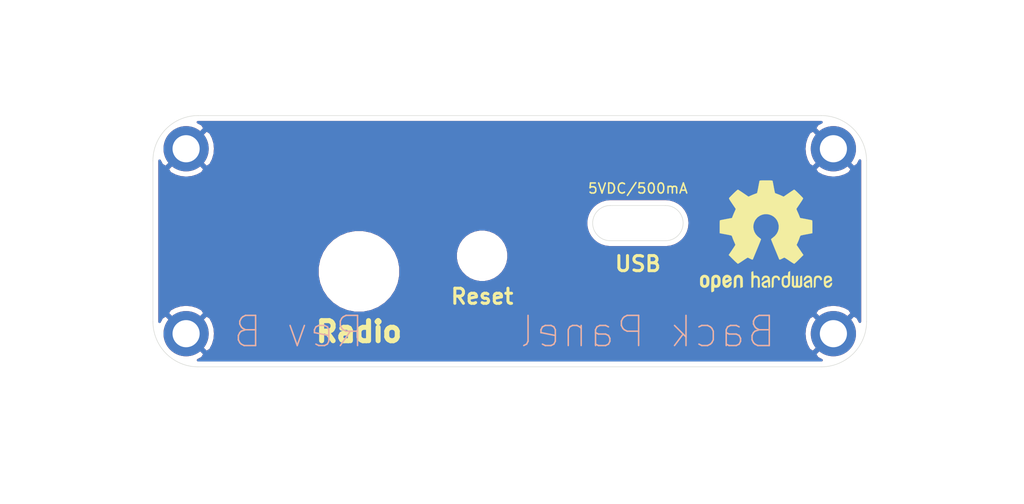
<source format=kicad_pcb>
(kicad_pcb (version 20171130) (host pcbnew 5.1.5-1.fc31)

  (general
    (thickness 1.6)
    (drawings 27)
    (tracks 0)
    (zones 0)
    (modules 7)
    (nets 2)
  )

  (page USLetter)
  (title_block
    (title "NucleoTNC Rear Panel")
    (date 2020-05-05)
    (rev B)
    (company "Mobilinkd LLC")
    (comment 1 "71mm Width")
  )

  (layers
    (0 F.Cu signal)
    (31 B.Cu signal)
    (32 B.Adhes user)
    (33 F.Adhes user)
    (34 B.Paste user)
    (35 F.Paste user)
    (36 B.SilkS user)
    (37 F.SilkS user)
    (38 B.Mask user)
    (39 F.Mask user)
    (40 Dwgs.User user)
    (41 Cmts.User user)
    (42 Eco1.User user)
    (43 Eco2.User user)
    (44 Edge.Cuts user)
    (45 Margin user)
    (46 B.CrtYd user)
    (47 F.CrtYd user)
    (48 B.Fab user)
    (49 F.Fab user)
  )

  (setup
    (last_trace_width 0.25)
    (trace_clearance 0.2)
    (zone_clearance 0.508)
    (zone_45_only no)
    (trace_min 0.2)
    (via_size 0.8)
    (via_drill 0.4)
    (via_min_size 0.4)
    (via_min_drill 0.3)
    (uvia_size 0.3)
    (uvia_drill 0.1)
    (uvias_allowed no)
    (uvia_min_size 0.2)
    (uvia_min_drill 0.1)
    (edge_width 0.05)
    (segment_width 0.2)
    (pcb_text_width 0.3)
    (pcb_text_size 1.5 1.5)
    (mod_edge_width 0.12)
    (mod_text_size 1 1)
    (mod_text_width 0.15)
    (pad_size 4 4)
    (pad_drill 2.7)
    (pad_to_mask_clearance 0.051)
    (solder_mask_min_width 0.25)
    (aux_axis_origin 0 0)
    (visible_elements FFFFFF7F)
    (pcbplotparams
      (layerselection 0x010f0_ffffffff)
      (usegerberextensions false)
      (usegerberattributes false)
      (usegerberadvancedattributes false)
      (creategerberjobfile false)
      (excludeedgelayer true)
      (linewidth 0.100000)
      (plotframeref false)
      (viasonmask false)
      (mode 1)
      (useauxorigin false)
      (hpglpennumber 1)
      (hpglpenspeed 20)
      (hpglpendiameter 15.000000)
      (psnegative false)
      (psa4output false)
      (plotreference true)
      (plotvalue true)
      (plotinvisibletext false)
      (padsonsilk false)
      (subtractmaskfromsilk false)
      (outputformat 1)
      (mirror false)
      (drillshape 0)
      (scaleselection 1)
      (outputdirectory "Gerbers/"))
  )

  (net 0 "")
  (net 1 GND)

  (net_class Default "This is the default net class."
    (clearance 0.2)
    (trace_width 0.25)
    (via_dia 0.8)
    (via_drill 0.4)
    (uvia_dia 0.3)
    (uvia_drill 0.1)
    (add_net GND)
  )

  (module Symbol:OSHW-Logo2_14.6x12mm_SilkScreen (layer F.Cu) (tedit 0) (tstamp 5E70D175)
    (at 161 87.5)
    (descr "Open Source Hardware Symbol")
    (tags "Logo Symbol OSHW")
    (attr virtual)
    (fp_text reference REF** (at 0 0) (layer F.SilkS) hide
      (effects (font (size 1 1) (thickness 0.15)))
    )
    (fp_text value OSHW-Logo2_14.6x12mm_SilkScreen (at 0.75 0) (layer F.Fab) hide
      (effects (font (size 1 1) (thickness 0.15)))
    )
    (fp_poly (pts (xy 0.209014 -5.547002) (xy 0.367006 -5.546137) (xy 0.481347 -5.543795) (xy 0.559407 -5.539238)
      (xy 0.608554 -5.53173) (xy 0.636159 -5.520534) (xy 0.649592 -5.504912) (xy 0.656221 -5.484127)
      (xy 0.656865 -5.481437) (xy 0.666935 -5.432887) (xy 0.685575 -5.337095) (xy 0.710845 -5.204257)
      (xy 0.740807 -5.044569) (xy 0.773522 -4.868226) (xy 0.774664 -4.862033) (xy 0.807433 -4.689218)
      (xy 0.838093 -4.536531) (xy 0.864664 -4.413129) (xy 0.885167 -4.328169) (xy 0.897626 -4.29081)
      (xy 0.89822 -4.290148) (xy 0.934919 -4.271905) (xy 1.010586 -4.241503) (xy 1.108878 -4.205507)
      (xy 1.109425 -4.205315) (xy 1.233233 -4.158778) (xy 1.379196 -4.099496) (xy 1.516781 -4.039891)
      (xy 1.523293 -4.036944) (xy 1.74739 -3.935235) (xy 2.243619 -4.274103) (xy 2.395846 -4.377408)
      (xy 2.533741 -4.469763) (xy 2.649315 -4.545916) (xy 2.734579 -4.600615) (xy 2.781544 -4.628607)
      (xy 2.786004 -4.630683) (xy 2.820134 -4.62144) (xy 2.883881 -4.576844) (xy 2.979731 -4.494791)
      (xy 3.110169 -4.373179) (xy 3.243328 -4.243795) (xy 3.371694 -4.116298) (xy 3.486581 -3.999954)
      (xy 3.581073 -3.901948) (xy 3.648253 -3.829464) (xy 3.681206 -3.789687) (xy 3.682432 -3.787639)
      (xy 3.686074 -3.760344) (xy 3.67235 -3.715766) (xy 3.637869 -3.647888) (xy 3.579239 -3.550689)
      (xy 3.49307 -3.418149) (xy 3.3782 -3.247524) (xy 3.276254 -3.097345) (xy 3.185123 -2.96265)
      (xy 3.110073 -2.85126) (xy 3.056369 -2.770995) (xy 3.02928 -2.729675) (xy 3.027574 -2.72687)
      (xy 3.030882 -2.687279) (xy 3.055953 -2.610331) (xy 3.097798 -2.510568) (xy 3.112712 -2.478709)
      (xy 3.177786 -2.336774) (xy 3.247212 -2.175727) (xy 3.303609 -2.036379) (xy 3.344247 -1.932956)
      (xy 3.376526 -1.854358) (xy 3.395178 -1.81328) (xy 3.397497 -1.810115) (xy 3.431803 -1.804872)
      (xy 3.512669 -1.790506) (xy 3.629343 -1.769063) (xy 3.771075 -1.742587) (xy 3.92711 -1.713123)
      (xy 4.086698 -1.682717) (xy 4.239085 -1.653412) (xy 4.373521 -1.627255) (xy 4.479252 -1.60629)
      (xy 4.545526 -1.592561) (xy 4.561782 -1.58868) (xy 4.578573 -1.5791) (xy 4.591249 -1.557464)
      (xy 4.600378 -1.516469) (xy 4.606531 -1.448811) (xy 4.61028 -1.347188) (xy 4.612192 -1.204297)
      (xy 4.61284 -1.012835) (xy 4.612874 -0.934355) (xy 4.612874 -0.296094) (xy 4.459598 -0.26584)
      (xy 4.374322 -0.249436) (xy 4.24707 -0.225491) (xy 4.093315 -0.196893) (xy 3.928534 -0.166533)
      (xy 3.882989 -0.158194) (xy 3.730932 -0.12863) (xy 3.598468 -0.099558) (xy 3.496714 -0.073671)
      (xy 3.436788 -0.053663) (xy 3.426805 -0.047699) (xy 3.402293 -0.005466) (xy 3.367148 0.07637)
      (xy 3.328173 0.181683) (xy 3.320442 0.204368) (xy 3.26936 0.345018) (xy 3.205954 0.503714)
      (xy 3.143904 0.646225) (xy 3.143598 0.646886) (xy 3.040267 0.87044) (xy 3.719961 1.870232)
      (xy 3.283621 2.3073) (xy 3.151649 2.437381) (xy 3.031279 2.552048) (xy 2.929273 2.645181)
      (xy 2.852391 2.710658) (xy 2.807393 2.742357) (xy 2.800938 2.744368) (xy 2.76304 2.728529)
      (xy 2.685708 2.684496) (xy 2.577389 2.61749) (xy 2.446532 2.532734) (xy 2.305052 2.437816)
      (xy 2.161461 2.340998) (xy 2.033435 2.256751) (xy 1.929105 2.190258) (xy 1.8566 2.146702)
      (xy 1.824158 2.131264) (xy 1.784576 2.144328) (xy 1.709519 2.17875) (xy 1.614468 2.22738)
      (xy 1.604392 2.232785) (xy 1.476391 2.29698) (xy 1.388618 2.328463) (xy 1.334028 2.328798)
      (xy 1.305575 2.299548) (xy 1.30541 2.299138) (xy 1.291188 2.264498) (xy 1.257269 2.182269)
      (xy 1.206284 2.058814) (xy 1.140862 1.900498) (xy 1.063634 1.713686) (xy 0.977229 1.504742)
      (xy 0.893551 1.302446) (xy 0.801588 1.0792) (xy 0.71715 0.872392) (xy 0.642769 0.688362)
      (xy 0.580974 0.533451) (xy 0.534297 0.413996) (xy 0.505268 0.336339) (xy 0.496322 0.307356)
      (xy 0.518756 0.27411) (xy 0.577439 0.221123) (xy 0.655689 0.162704) (xy 0.878534 -0.022048)
      (xy 1.052718 -0.233818) (xy 1.176154 -0.468144) (xy 1.246754 -0.720566) (xy 1.262431 -0.986623)
      (xy 1.251036 -1.109425) (xy 1.18895 -1.364207) (xy 1.082023 -1.589199) (xy 0.936889 -1.782183)
      (xy 0.760178 -1.940939) (xy 0.558522 -2.06325) (xy 0.338554 -2.146895) (xy 0.106906 -2.189656)
      (xy -0.129791 -2.189313) (xy -0.364905 -2.143648) (xy -0.591804 -2.050441) (xy -0.803856 -1.907473)
      (xy -0.892364 -1.826617) (xy -1.062111 -1.618993) (xy -1.180301 -1.392105) (xy -1.247722 -1.152567)
      (xy -1.26516 -0.906993) (xy -1.233402 -0.661997) (xy -1.153235 -0.424192) (xy -1.025445 -0.200193)
      (xy -0.85082 0.003387) (xy -0.655688 0.162704) (xy -0.574409 0.223602) (xy -0.516991 0.276015)
      (xy -0.496322 0.307406) (xy -0.507144 0.341639) (xy -0.537923 0.423419) (xy -0.586126 0.546407)
      (xy -0.649222 0.704263) (xy -0.724678 0.890649) (xy -0.809962 1.099226) (xy -0.893781 1.302496)
      (xy -0.986255 1.525933) (xy -1.071911 1.732984) (xy -1.148118 1.917286) (xy -1.212247 2.072475)
      (xy -1.261668 2.192188) (xy -1.293752 2.270061) (xy -1.305641 2.299138) (xy -1.333726 2.328677)
      (xy -1.388051 2.328591) (xy -1.475605 2.297326) (xy -1.603381 2.233329) (xy -1.604392 2.232785)
      (xy -1.700598 2.183121) (xy -1.778369 2.146945) (xy -1.822223 2.131408) (xy -1.824158 2.131264)
      (xy -1.857171 2.147024) (xy -1.930054 2.19085) (xy -2.034678 2.257557) (xy -2.16291 2.341964)
      (xy -2.305052 2.437816) (xy -2.449767 2.534867) (xy -2.580196 2.61927) (xy -2.68789 2.685801)
      (xy -2.764402 2.729238) (xy -2.800938 2.744368) (xy -2.834582 2.724482) (xy -2.902224 2.668903)
      (xy -2.997107 2.583754) (xy -3.11247 2.475153) (xy -3.241555 2.349221) (xy -3.283771 2.307149)
      (xy -3.720261 1.869931) (xy -3.388023 1.38234) (xy -3.287054 1.232605) (xy -3.198438 1.09822)
      (xy -3.127146 0.986969) (xy -3.07815 0.906639) (xy -3.056422 0.865014) (xy -3.055785 0.862053)
      (xy -3.06724 0.822818) (xy -3.098051 0.743895) (xy -3.142884 0.638509) (xy -3.174353 0.567954)
      (xy -3.233192 0.432876) (xy -3.288604 0.296409) (xy -3.331564 0.181103) (xy -3.343234 0.145977)
      (xy -3.376389 0.052174) (xy -3.408799 -0.020306) (xy -3.426601 -0.047699) (xy -3.465886 -0.064464)
      (xy -3.551626 -0.08823) (xy -3.672697 -0.116303) (xy -3.817973 -0.145991) (xy -3.882988 -0.158194)
      (xy -4.048087 -0.188532) (xy -4.206448 -0.217907) (xy -4.342596 -0.243431) (xy -4.441057 -0.262215)
      (xy -4.459598 -0.26584) (xy -4.612873 -0.296094) (xy -4.612873 -0.934355) (xy -4.612529 -1.14423)
      (xy -4.611116 -1.30302) (xy -4.608064 -1.418027) (xy -4.602803 -1.496554) (xy -4.594763 -1.545904)
      (xy -4.583373 -1.573381) (xy -4.568063 -1.586287) (xy -4.561782 -1.58868) (xy -4.523896 -1.597167)
      (xy -4.440195 -1.6141) (xy -4.321433 -1.637434) (xy -4.178361 -1.665125) (xy -4.021732 -1.695127)
      (xy -3.862297 -1.725396) (xy -3.710809 -1.753885) (xy -3.578019 -1.778551) (xy -3.474681 -1.797349)
      (xy -3.411545 -1.808233) (xy -3.397497 -1.810115) (xy -3.38477 -1.835296) (xy -3.3566 -1.902378)
      (xy -3.318252 -1.998667) (xy -3.303609 -2.036379) (xy -3.244548 -2.182079) (xy -3.175 -2.343049)
      (xy -3.112712 -2.478709) (xy -3.066879 -2.582439) (xy -3.036387 -2.667674) (xy -3.026208 -2.719874)
      (xy -3.027831 -2.72687) (xy -3.049343 -2.759898) (xy -3.098465 -2.833357) (xy -3.169923 -2.939423)
      (xy -3.258445 -3.070274) (xy -3.358759 -3.218088) (xy -3.378594 -3.247266) (xy -3.494988 -3.420137)
      (xy -3.580548 -3.551774) (xy -3.638684 -3.648239) (xy -3.672808 -3.715592) (xy -3.686331 -3.759894)
      (xy -3.682664 -3.787206) (xy -3.68257 -3.78738) (xy -3.653707 -3.823254) (xy -3.589867 -3.892609)
      (xy -3.497969 -3.988255) (xy -3.384933 -4.103001) (xy -3.257679 -4.229659) (xy -3.243328 -4.243795)
      (xy -3.082957 -4.399097) (xy -2.959195 -4.51313) (xy -2.869555 -4.587998) (xy -2.811552 -4.625804)
      (xy -2.786004 -4.630683) (xy -2.748718 -4.609397) (xy -2.671343 -4.560227) (xy -2.561867 -4.488425)
      (xy -2.42828 -4.399245) (xy -2.27857 -4.297937) (xy -2.243618 -4.274103) (xy -1.74739 -3.935235)
      (xy -1.523293 -4.036944) (xy -1.387011 -4.096217) (xy -1.240724 -4.15583) (xy -1.114965 -4.20336)
      (xy -1.109425 -4.205315) (xy -1.011057 -4.241323) (xy -0.935229 -4.271771) (xy -0.898282 -4.290095)
      (xy -0.89822 -4.290148) (xy -0.886496 -4.323271) (xy -0.866568 -4.404733) (xy -0.840413 -4.525375)
      (xy -0.81001 -4.676041) (xy -0.777337 -4.847572) (xy -0.774664 -4.862033) (xy -0.74189 -5.038765)
      (xy -0.711802 -5.19919) (xy -0.686339 -5.333112) (xy -0.667441 -5.430337) (xy -0.657047 -5.480668)
      (xy -0.656865 -5.481437) (xy -0.650539 -5.502847) (xy -0.638239 -5.519012) (xy -0.612594 -5.530669)
      (xy -0.566235 -5.538555) (xy -0.491792 -5.543407) (xy -0.381895 -5.545961) (xy -0.229175 -5.546955)
      (xy -0.026262 -5.547126) (xy 0 -5.547126) (xy 0.209014 -5.547002)) (layer F.SilkS) (width 0.01))
    (fp_poly (pts (xy 6.343439 3.95654) (xy 6.45895 4.032034) (xy 6.514664 4.099617) (xy 6.558804 4.222255)
      (xy 6.562309 4.319298) (xy 6.554368 4.449056) (xy 6.255115 4.580039) (xy 6.109611 4.646958)
      (xy 6.014537 4.70079) (xy 5.965101 4.747416) (xy 5.956511 4.79272) (xy 5.983972 4.842582)
      (xy 6.014253 4.875632) (xy 6.102363 4.928633) (xy 6.198196 4.932347) (xy 6.286212 4.891041)
      (xy 6.350869 4.808983) (xy 6.362433 4.780008) (xy 6.417825 4.689509) (xy 6.481553 4.65094)
      (xy 6.568966 4.617946) (xy 6.568966 4.743034) (xy 6.561238 4.828156) (xy 6.530966 4.899938)
      (xy 6.467518 4.982356) (xy 6.458088 4.993066) (xy 6.387513 5.066391) (xy 6.326847 5.105742)
      (xy 6.25095 5.123845) (xy 6.18803 5.129774) (xy 6.075487 5.131251) (xy 5.99537 5.112535)
      (xy 5.94539 5.084747) (xy 5.866838 5.023641) (xy 5.812463 4.957554) (xy 5.778052 4.874441)
      (xy 5.759388 4.762254) (xy 5.752256 4.608946) (xy 5.751687 4.531136) (xy 5.753622 4.437853)
      (xy 5.929899 4.437853) (xy 5.931944 4.487896) (xy 5.937039 4.496092) (xy 5.970666 4.484958)
      (xy 6.04303 4.455493) (xy 6.139747 4.413601) (xy 6.159973 4.404597) (xy 6.282203 4.342442)
      (xy 6.349547 4.287815) (xy 6.364348 4.236649) (xy 6.328947 4.184876) (xy 6.299711 4.162)
      (xy 6.194216 4.11625) (xy 6.095476 4.123808) (xy 6.012812 4.179651) (xy 5.955548 4.278753)
      (xy 5.937188 4.357414) (xy 5.929899 4.437853) (xy 5.753622 4.437853) (xy 5.755459 4.349351)
      (xy 5.769359 4.214853) (xy 5.796894 4.116916) (xy 5.841572 4.044811) (xy 5.906901 3.987813)
      (xy 5.935383 3.969393) (xy 6.064763 3.921422) (xy 6.206412 3.918403) (xy 6.343439 3.95654)) (layer F.SilkS) (width 0.01))
    (fp_poly (pts (xy 5.33569 3.940018) (xy 5.370585 3.955269) (xy 5.453877 4.021235) (xy 5.525103 4.116618)
      (xy 5.569153 4.218406) (xy 5.576322 4.268587) (xy 5.552285 4.338647) (xy 5.499561 4.375717)
      (xy 5.443031 4.398164) (xy 5.417146 4.4023) (xy 5.404542 4.372283) (xy 5.379654 4.306961)
      (xy 5.368735 4.277445) (xy 5.307508 4.175348) (xy 5.218861 4.124423) (xy 5.105193 4.125989)
      (xy 5.096774 4.127994) (xy 5.036088 4.156767) (xy 4.991474 4.212859) (xy 4.961002 4.303163)
      (xy 4.942744 4.434571) (xy 4.934771 4.613974) (xy 4.934023 4.709433) (xy 4.933652 4.859913)
      (xy 4.931223 4.962495) (xy 4.92476 5.027672) (xy 4.912288 5.065938) (xy 4.891833 5.087785)
      (xy 4.861419 5.103707) (xy 4.859661 5.104509) (xy 4.801091 5.129272) (xy 4.772075 5.138391)
      (xy 4.767616 5.110822) (xy 4.763799 5.03462) (xy 4.760899 4.919541) (xy 4.759191 4.775341)
      (xy 4.758851 4.669814) (xy 4.760588 4.465613) (xy 4.767382 4.310697) (xy 4.781607 4.196024)
      (xy 4.805638 4.112551) (xy 4.841848 4.051236) (xy 4.892612 4.003034) (xy 4.942739 3.969393)
      (xy 5.063275 3.924619) (xy 5.203557 3.914521) (xy 5.33569 3.940018)) (layer F.SilkS) (width 0.01))
    (fp_poly (pts (xy 4.314406 3.935156) (xy 4.398469 3.973393) (xy 4.46445 4.019726) (xy 4.512794 4.071532)
      (xy 4.546172 4.138363) (xy 4.567253 4.229769) (xy 4.578707 4.355301) (xy 4.583203 4.524508)
      (xy 4.583678 4.635933) (xy 4.583678 5.070627) (xy 4.509316 5.104509) (xy 4.450746 5.129272)
      (xy 4.42173 5.138391) (xy 4.416179 5.111257) (xy 4.411775 5.038094) (xy 4.409078 4.931263)
      (xy 4.408506 4.846437) (xy 4.406046 4.723887) (xy 4.399412 4.626668) (xy 4.389726 4.567134)
      (xy 4.382032 4.554483) (xy 4.330311 4.567402) (xy 4.249117 4.600539) (xy 4.155102 4.645461)
      (xy 4.064917 4.693735) (xy 3.995215 4.736928) (xy 3.962648 4.766608) (xy 3.962519 4.766929)
      (xy 3.96532 4.821857) (xy 3.990439 4.874292) (xy 4.034541 4.916881) (xy 4.098909 4.931126)
      (xy 4.153921 4.929466) (xy 4.231835 4.928245) (xy 4.272732 4.946498) (xy 4.297295 4.994726)
      (xy 4.300392 5.00382) (xy 4.31104 5.072598) (xy 4.282565 5.11436) (xy 4.208344 5.134263)
      (xy 4.128168 5.137944) (xy 3.98389 5.110658) (xy 3.909203 5.07169) (xy 3.816963 4.980148)
      (xy 3.768043 4.867782) (xy 3.763654 4.749051) (xy 3.805001 4.638411) (xy 3.867197 4.56908)
      (xy 3.929294 4.530265) (xy 4.026895 4.481125) (xy 4.140632 4.431292) (xy 4.15959 4.423677)
      (xy 4.284521 4.368545) (xy 4.356539 4.319954) (xy 4.3797 4.271647) (xy 4.358064 4.21737)
      (xy 4.32092 4.174943) (xy 4.233127 4.122702) (xy 4.13653 4.118784) (xy 4.047944 4.159041)
      (xy 3.984186 4.239326) (xy 3.975817 4.26004) (xy 3.927096 4.336225) (xy 3.855965 4.392785)
      (xy 3.766207 4.439201) (xy 3.766207 4.307584) (xy 3.77149 4.227168) (xy 3.794142 4.163786)
      (xy 3.844367 4.096163) (xy 3.892582 4.044076) (xy 3.967554 3.970322) (xy 4.025806 3.930702)
      (xy 4.088372 3.91481) (xy 4.159193 3.912184) (xy 4.314406 3.935156)) (layer F.SilkS) (width 0.01))
    (fp_poly (pts (xy 3.580124 3.93984) (xy 3.584579 4.016653) (xy 3.588071 4.133391) (xy 3.590315 4.280821)
      (xy 3.591035 4.435455) (xy 3.591035 4.958727) (xy 3.498645 5.051117) (xy 3.434978 5.108047)
      (xy 3.379089 5.131107) (xy 3.302702 5.129647) (xy 3.27238 5.125934) (xy 3.17761 5.115126)
      (xy 3.099222 5.108933) (xy 3.080115 5.108361) (xy 3.015699 5.112102) (xy 2.923571 5.121494)
      (xy 2.88785 5.125934) (xy 2.800114 5.132801) (xy 2.741153 5.117885) (xy 2.68269 5.071835)
      (xy 2.661585 5.051117) (xy 2.569195 4.958727) (xy 2.569195 3.979947) (xy 2.643558 3.946066)
      (xy 2.70759 3.92097) (xy 2.745052 3.912184) (xy 2.754657 3.93995) (xy 2.763635 4.01753)
      (xy 2.771386 4.136348) (xy 2.777314 4.287828) (xy 2.780173 4.415805) (xy 2.788161 4.919425)
      (xy 2.857848 4.929278) (xy 2.921229 4.922389) (xy 2.952286 4.900083) (xy 2.960967 4.858379)
      (xy 2.968378 4.769544) (xy 2.973931 4.644834) (xy 2.977036 4.495507) (xy 2.977484 4.418661)
      (xy 2.977931 3.976287) (xy 3.069874 3.944235) (xy 3.134949 3.922443) (xy 3.170347 3.912281)
      (xy 3.171368 3.912184) (xy 3.17492 3.939809) (xy 3.178823 4.016411) (xy 3.182751 4.132579)
      (xy 3.186376 4.278904) (xy 3.188908 4.415805) (xy 3.196897 4.919425) (xy 3.372069 4.919425)
      (xy 3.380107 4.459965) (xy 3.388146 4.000505) (xy 3.473543 3.956344) (xy 3.536593 3.926019)
      (xy 3.57391 3.912258) (xy 3.574987 3.912184) (xy 3.580124 3.93984)) (layer F.SilkS) (width 0.01))
    (fp_poly (pts (xy 2.393914 4.154455) (xy 2.393543 4.372661) (xy 2.392108 4.540519) (xy 2.389002 4.66607)
      (xy 2.383622 4.757355) (xy 2.375362 4.822415) (xy 2.363616 4.869291) (xy 2.347781 4.906024)
      (xy 2.33579 4.926991) (xy 2.23649 5.040694) (xy 2.110588 5.111965) (xy 1.971291 5.137538)
      (xy 1.831805 5.11415) (xy 1.748743 5.072119) (xy 1.661545 4.999411) (xy 1.602117 4.910612)
      (xy 1.566261 4.79432) (xy 1.549781 4.639135) (xy 1.547447 4.525287) (xy 1.547761 4.517106)
      (xy 1.751724 4.517106) (xy 1.75297 4.647657) (xy 1.758678 4.73408) (xy 1.771804 4.790618)
      (xy 1.795306 4.831514) (xy 1.823386 4.862362) (xy 1.917688 4.921905) (xy 2.01894 4.926992)
      (xy 2.114636 4.877279) (xy 2.122084 4.870543) (xy 2.153874 4.835502) (xy 2.173808 4.793811)
      (xy 2.1846 4.731762) (xy 2.188965 4.635644) (xy 2.189655 4.529379) (xy 2.188159 4.39588)
      (xy 2.181964 4.306822) (xy 2.168514 4.248293) (xy 2.145251 4.206382) (xy 2.126175 4.184123)
      (xy 2.037563 4.127985) (xy 1.935508 4.121235) (xy 1.838095 4.164114) (xy 1.819296 4.180032)
      (xy 1.787293 4.215382) (xy 1.767318 4.257502) (xy 1.756593 4.320251) (xy 1.752339 4.417487)
      (xy 1.751724 4.517106) (xy 1.547761 4.517106) (xy 1.554504 4.341947) (xy 1.578472 4.204195)
      (xy 1.623548 4.100632) (xy 1.693928 4.019856) (xy 1.748743 3.978455) (xy 1.848376 3.933728)
      (xy 1.963855 3.912967) (xy 2.071199 3.918525) (xy 2.131264 3.940943) (xy 2.154835 3.947323)
      (xy 2.170477 3.923535) (xy 2.181395 3.859788) (xy 2.189655 3.762687) (xy 2.198699 3.654541)
      (xy 2.211261 3.589475) (xy 2.234119 3.552268) (xy 2.274051 3.527699) (xy 2.299138 3.516819)
      (xy 2.394023 3.477072) (xy 2.393914 4.154455)) (layer F.SilkS) (width 0.01))
    (fp_poly (pts (xy 1.065943 3.92192) (xy 1.198565 3.970859) (xy 1.30601 4.057419) (xy 1.348032 4.118352)
      (xy 1.393843 4.230161) (xy 1.392891 4.311006) (xy 1.344808 4.365378) (xy 1.327017 4.374624)
      (xy 1.250204 4.40345) (xy 1.210976 4.396065) (xy 1.197689 4.347658) (xy 1.197012 4.32092)
      (xy 1.172686 4.222548) (xy 1.109281 4.153734) (xy 1.021154 4.120498) (xy 0.922663 4.128861)
      (xy 0.842602 4.172296) (xy 0.815561 4.197072) (xy 0.796394 4.227129) (xy 0.783446 4.272565)
      (xy 0.775064 4.343476) (xy 0.769593 4.44996) (xy 0.765378 4.602112) (xy 0.764287 4.650287)
      (xy 0.760307 4.815095) (xy 0.755781 4.931088) (xy 0.748995 5.007833) (xy 0.738231 5.054893)
      (xy 0.721773 5.081835) (xy 0.697906 5.098223) (xy 0.682626 5.105463) (xy 0.617733 5.13022)
      (xy 0.579534 5.138391) (xy 0.566912 5.111103) (xy 0.559208 5.028603) (xy 0.55638 4.889941)
      (xy 0.558386 4.694162) (xy 0.559011 4.663965) (xy 0.563421 4.485349) (xy 0.568635 4.354923)
      (xy 0.576055 4.262492) (xy 0.587082 4.197858) (xy 0.603117 4.150825) (xy 0.625561 4.111196)
      (xy 0.637302 4.094215) (xy 0.704619 4.01908) (xy 0.77991 3.960638) (xy 0.789128 3.955536)
      (xy 0.924133 3.91526) (xy 1.065943 3.92192)) (layer F.SilkS) (width 0.01))
    (fp_poly (pts (xy 0.079944 3.92436) (xy 0.194343 3.966842) (xy 0.195652 3.967658) (xy 0.266403 4.01973)
      (xy 0.318636 4.080584) (xy 0.355371 4.159887) (xy 0.379634 4.267309) (xy 0.394445 4.412517)
      (xy 0.402829 4.605179) (xy 0.403564 4.632628) (xy 0.41412 5.046521) (xy 0.325291 5.092456)
      (xy 0.261018 5.123498) (xy 0.22221 5.138206) (xy 0.220415 5.138391) (xy 0.2137 5.11125)
      (xy 0.208365 5.038041) (xy 0.205083 4.931081) (xy 0.204368 4.844469) (xy 0.204351 4.704162)
      (xy 0.197937 4.616051) (xy 0.17558 4.574025) (xy 0.127732 4.571975) (xy 0.044849 4.60379)
      (xy -0.080287 4.662272) (xy -0.172303 4.710845) (xy -0.219629 4.752986) (xy -0.233542 4.798916)
      (xy -0.233563 4.801189) (xy -0.210605 4.880311) (xy -0.14263 4.923055) (xy -0.038602 4.929246)
      (xy 0.03633 4.928172) (xy 0.075839 4.949753) (xy 0.100478 5.001591) (xy 0.114659 5.067632)
      (xy 0.094223 5.105104) (xy 0.086528 5.110467) (xy 0.014083 5.132006) (xy -0.087367 5.135055)
      (xy -0.191843 5.120778) (xy -0.265875 5.094688) (xy -0.368228 5.007785) (xy -0.426409 4.886816)
      (xy -0.437931 4.792308) (xy -0.429138 4.707062) (xy -0.39732 4.637476) (xy -0.334316 4.575672)
      (xy -0.231969 4.513772) (xy -0.082118 4.443897) (xy -0.072988 4.439948) (xy 0.061997 4.377588)
      (xy 0.145294 4.326446) (xy 0.180997 4.280488) (xy 0.173203 4.233683) (xy 0.126007 4.179998)
      (xy 0.111894 4.167644) (xy 0.017359 4.119741) (xy -0.080594 4.121758) (xy -0.165903 4.168724)
      (xy -0.222504 4.255669) (xy -0.227763 4.272734) (xy -0.278977 4.355504) (xy -0.343963 4.395372)
      (xy -0.437931 4.434882) (xy -0.437931 4.332658) (xy -0.409347 4.184072) (xy -0.324505 4.047784)
      (xy -0.280355 4.002191) (xy -0.179995 3.943674) (xy -0.052365 3.917184) (xy 0.079944 3.92436)) (layer F.SilkS) (width 0.01))
    (fp_poly (pts (xy -1.255402 3.723857) (xy -1.246846 3.843188) (xy -1.237019 3.913506) (xy -1.223401 3.944179)
      (xy -1.203473 3.944571) (xy -1.197011 3.94091) (xy -1.11106 3.914398) (xy -0.999255 3.915946)
      (xy -0.885586 3.943199) (xy -0.81449 3.978455) (xy -0.741595 4.034778) (xy -0.688307 4.098519)
      (xy -0.651725 4.17951) (xy -0.62895 4.287586) (xy -0.617081 4.43258) (xy -0.613218 4.624326)
      (xy -0.613149 4.661109) (xy -0.613103 5.074288) (xy -0.705046 5.106339) (xy -0.770348 5.128144)
      (xy -0.806176 5.138297) (xy -0.80723 5.138391) (xy -0.810758 5.11086) (xy -0.813761 5.034923)
      (xy -0.81601 4.920565) (xy -0.817276 4.777769) (xy -0.817471 4.690951) (xy -0.817877 4.519773)
      (xy -0.819968 4.397088) (xy -0.825053 4.313) (xy -0.83444 4.257614) (xy -0.849439 4.221032)
      (xy -0.871358 4.193359) (xy -0.885043 4.180032) (xy -0.979051 4.126328) (xy -1.081636 4.122307)
      (xy -1.17471 4.167725) (xy -1.191922 4.184123) (xy -1.217168 4.214957) (xy -1.23468 4.251531)
      (xy -1.245858 4.304415) (xy -1.252104 4.384177) (xy -1.254818 4.501385) (xy -1.255402 4.662991)
      (xy -1.255402 5.074288) (xy -1.347345 5.106339) (xy -1.412647 5.128144) (xy -1.448475 5.138297)
      (xy -1.449529 5.138391) (xy -1.452225 5.110448) (xy -1.454655 5.03163) (xy -1.456722 4.909453)
      (xy -1.458329 4.751432) (xy -1.459377 4.565083) (xy -1.459769 4.35792) (xy -1.45977 4.348706)
      (xy -1.45977 3.55902) (xy -1.364885 3.518997) (xy -1.27 3.478973) (xy -1.255402 3.723857)) (layer F.SilkS) (width 0.01))
    (fp_poly (pts (xy -3.684448 3.884676) (xy -3.569342 3.962111) (xy -3.480389 4.073949) (xy -3.427251 4.216265)
      (xy -3.416503 4.321015) (xy -3.417724 4.364726) (xy -3.427944 4.398194) (xy -3.456039 4.428179)
      (xy -3.510884 4.46144) (xy -3.601355 4.504738) (xy -3.736328 4.564833) (xy -3.737011 4.565134)
      (xy -3.861249 4.622037) (xy -3.963127 4.672565) (xy -4.032233 4.71128) (xy -4.058154 4.73274)
      (xy -4.058161 4.732913) (xy -4.035315 4.779644) (xy -3.981891 4.831154) (xy -3.920558 4.868261)
      (xy -3.889485 4.875632) (xy -3.804711 4.850138) (xy -3.731707 4.786291) (xy -3.696087 4.716094)
      (xy -3.66182 4.664343) (xy -3.594697 4.605409) (xy -3.515792 4.554496) (xy -3.446179 4.526809)
      (xy -3.431623 4.525287) (xy -3.415237 4.550321) (xy -3.41425 4.614311) (xy -3.426292 4.700593)
      (xy -3.448993 4.792501) (xy -3.479986 4.873369) (xy -3.481552 4.876509) (xy -3.574819 5.006734)
      (xy -3.695696 5.095311) (xy -3.832973 5.138786) (xy -3.97544 5.133706) (xy -4.111888 5.076616)
      (xy -4.117955 5.072602) (xy -4.22529 4.975326) (xy -4.295868 4.848409) (xy -4.334926 4.681526)
      (xy -4.340168 4.634639) (xy -4.349452 4.413329) (xy -4.338322 4.310124) (xy -4.058161 4.310124)
      (xy -4.054521 4.374503) (xy -4.034611 4.393291) (xy -3.984974 4.379235) (xy -3.906733 4.346009)
      (xy -3.819274 4.304359) (xy -3.817101 4.303256) (xy -3.74297 4.264265) (xy -3.713219 4.238244)
      (xy -3.720555 4.210965) (xy -3.751447 4.175121) (xy -3.83004 4.123251) (xy -3.914677 4.119439)
      (xy -3.990597 4.157189) (xy -4.043035 4.230001) (xy -4.058161 4.310124) (xy -4.338322 4.310124)
      (xy -4.330356 4.236261) (xy -4.281366 4.095829) (xy -4.213164 3.997447) (xy -4.090065 3.89803)
      (xy -3.954472 3.848711) (xy -3.816045 3.845568) (xy -3.684448 3.884676)) (layer F.SilkS) (width 0.01))
    (fp_poly (pts (xy -5.951779 3.866015) (xy -5.814939 3.937968) (xy -5.713949 4.053766) (xy -5.678075 4.128213)
      (xy -5.650161 4.239992) (xy -5.635871 4.381227) (xy -5.634516 4.535371) (xy -5.645405 4.685879)
      (xy -5.667847 4.816205) (xy -5.70115 4.909803) (xy -5.711385 4.925922) (xy -5.832618 5.046249)
      (xy -5.976613 5.118317) (xy -6.132861 5.139408) (xy -6.290852 5.106802) (xy -6.33482 5.087253)
      (xy -6.420444 5.027012) (xy -6.495592 4.947135) (xy -6.502694 4.937004) (xy -6.531561 4.888181)
      (xy -6.550643 4.83599) (xy -6.561916 4.767285) (xy -6.567355 4.668918) (xy -6.568938 4.527744)
      (xy -6.568965 4.496092) (xy -6.568893 4.486019) (xy -6.277011 4.486019) (xy -6.275313 4.619256)
      (xy -6.268628 4.707674) (xy -6.254575 4.764785) (xy -6.230771 4.804102) (xy -6.218621 4.817241)
      (xy -6.148764 4.867172) (xy -6.080941 4.864895) (xy -6.012365 4.821584) (xy -5.971465 4.775346)
      (xy -5.947242 4.707857) (xy -5.933639 4.601433) (xy -5.932706 4.58902) (xy -5.930384 4.396147)
      (xy -5.95465 4.2529) (xy -6.005176 4.16016) (xy -6.081632 4.118807) (xy -6.108924 4.116552)
      (xy -6.180589 4.127893) (xy -6.22961 4.167184) (xy -6.259582 4.242326) (xy -6.274101 4.361222)
      (xy -6.277011 4.486019) (xy -6.568893 4.486019) (xy -6.567878 4.345659) (xy -6.563312 4.240549)
      (xy -6.553312 4.167714) (xy -6.535921 4.114108) (xy -6.509184 4.066681) (xy -6.503276 4.057864)
      (xy -6.403968 3.939007) (xy -6.295758 3.870008) (xy -6.164019 3.842619) (xy -6.119283 3.841281)
      (xy -5.951779 3.866015)) (layer F.SilkS) (width 0.01))
    (fp_poly (pts (xy -2.582571 3.877719) (xy -2.488877 3.931914) (xy -2.423736 3.985707) (xy -2.376093 4.042066)
      (xy -2.343272 4.110987) (xy -2.322594 4.202468) (xy -2.31138 4.326506) (xy -2.306951 4.493098)
      (xy -2.306437 4.612851) (xy -2.306437 5.053659) (xy -2.430517 5.109283) (xy -2.554598 5.164907)
      (xy -2.569195 4.682095) (xy -2.575227 4.501779) (xy -2.581555 4.370901) (xy -2.589394 4.280511)
      (xy -2.599963 4.221664) (xy -2.614477 4.185413) (xy -2.634152 4.16281) (xy -2.640465 4.157917)
      (xy -2.736112 4.119706) (xy -2.832793 4.134827) (xy -2.890345 4.174943) (xy -2.913755 4.20337)
      (xy -2.929961 4.240672) (xy -2.940259 4.297223) (xy -2.945951 4.383394) (xy -2.948336 4.509558)
      (xy -2.948736 4.641042) (xy -2.948814 4.805999) (xy -2.951639 4.922761) (xy -2.961093 5.00151)
      (xy -2.98106 5.052431) (xy -3.015424 5.085706) (xy -3.068068 5.11152) (xy -3.138383 5.138344)
      (xy -3.21518 5.167542) (xy -3.206038 4.649346) (xy -3.202357 4.462539) (xy -3.19805 4.32449)
      (xy -3.191877 4.225568) (xy -3.182598 4.156145) (xy -3.168973 4.10659) (xy -3.149761 4.067273)
      (xy -3.126598 4.032584) (xy -3.014848 3.92177) (xy -2.878487 3.857689) (xy -2.730175 3.842339)
      (xy -2.582571 3.877719)) (layer F.SilkS) (width 0.01))
    (fp_poly (pts (xy -4.8281 3.861903) (xy -4.71655 3.917522) (xy -4.618092 4.019931) (xy -4.590977 4.057864)
      (xy -4.561438 4.1075) (xy -4.542272 4.161412) (xy -4.531307 4.233364) (xy -4.526371 4.337122)
      (xy -4.525287 4.474101) (xy -4.530182 4.661815) (xy -4.547196 4.802758) (xy -4.579823 4.907908)
      (xy -4.631558 4.988243) (xy -4.705896 5.054741) (xy -4.711358 5.058678) (xy -4.78462 5.098953)
      (xy -4.87284 5.11888) (xy -4.985038 5.123793) (xy -5.167433 5.123793) (xy -5.167509 5.300857)
      (xy -5.169207 5.39947) (xy -5.17955 5.457314) (xy -5.206578 5.492006) (xy -5.258332 5.521164)
      (xy -5.270761 5.527121) (xy -5.328923 5.555039) (xy -5.373956 5.572672) (xy -5.407441 5.574194)
      (xy -5.430962 5.553781) (xy -5.4461 5.505607) (xy -5.454437 5.423846) (xy -5.457556 5.302672)
      (xy -5.45704 5.13626) (xy -5.454471 4.918785) (xy -5.453668 4.853736) (xy -5.450778 4.629502)
      (xy -5.448188 4.482821) (xy -5.167586 4.482821) (xy -5.166009 4.607326) (xy -5.159 4.688787)
      (xy -5.143142 4.742515) (xy -5.115019 4.783823) (xy -5.095925 4.803971) (xy -5.017865 4.862921)
      (xy -4.948753 4.86772) (xy -4.87744 4.819038) (xy -4.875632 4.817241) (xy -4.846617 4.779618)
      (xy -4.828967 4.728484) (xy -4.820064 4.649738) (xy -4.817291 4.529276) (xy -4.817241 4.502588)
      (xy -4.823942 4.336583) (xy -4.845752 4.221505) (xy -4.885235 4.151254) (xy -4.944956 4.119729)
      (xy -4.979472 4.116552) (xy -5.061389 4.13146) (xy -5.117579 4.180548) (xy -5.151402 4.270362)
      (xy -5.16622 4.407445) (xy -5.167586 4.482821) (xy -5.448188 4.482821) (xy -5.447713 4.455952)
      (xy -5.443753 4.325382) (xy -5.438174 4.230087) (xy -5.430254 4.162364) (xy -5.419269 4.114507)
      (xy -5.404499 4.078813) (xy -5.385218 4.047578) (xy -5.376951 4.035824) (xy -5.267288 3.924797)
      (xy -5.128635 3.861847) (xy -4.968246 3.844297) (xy -4.8281 3.861903)) (layer F.SilkS) (width 0.01))
  )

  (module MountingHole:MountingHole_2.7mm_M2.5_ISO14580_Pad (layer F.Cu) (tedit 56D1B4CB) (tstamp 5E704F53)
    (at 103.3 78.8)
    (descr "Mounting Hole 2.7mm, M2.5, ISO14580")
    (tags "mounting hole 2.7mm m2.5 iso14580")
    (path /5E70BE26)
    (attr virtual)
    (fp_text reference H1 (at 0 -3.25) (layer F.Fab)
      (effects (font (size 1 1) (thickness 0.15)))
    )
    (fp_text value MountingHole_Pad (at 0 3.25) (layer F.Fab)
      (effects (font (size 1 1) (thickness 0.15)))
    )
    (fp_circle (center 0 0) (end 2.5 0) (layer F.CrtYd) (width 0.05))
    (fp_circle (center 0 0) (end 2.25 0) (layer Cmts.User) (width 0.15))
    (fp_text user %R (at 0.3 0) (layer F.Fab)
      (effects (font (size 1 1) (thickness 0.15)))
    )
    (pad 1 thru_hole circle (at 0 0) (size 4.5 4.5) (drill 2.7) (layers *.Cu *.Mask)
      (net 1 GND))
  )

  (module MountingHole:MountingHole_4.3mm_M4 (layer F.Cu) (tedit 5E703BA5) (tstamp 5EB17E93)
    (at 132.75 89.45)
    (descr "Mounting Hole 4.3mm, no annular, M4")
    (tags "mounting hole 4.3mm no annular m4")
    (path /5E70D94E)
    (attr virtual)
    (fp_text reference H6 (at 0 -5.3) (layer F.Fab)
      (effects (font (size 1 1) (thickness 0.15)))
    )
    (fp_text value Reset (at 0 4.05) (layer F.SilkS)
      (effects (font (size 1.5 1.5) (thickness 0.3)))
    )
    (fp_circle (center 0 0) (end 4.55 0) (layer F.CrtYd) (width 0.05))
    (fp_circle (center 0 0) (end 4.3 0) (layer Cmts.User) (width 0.15))
    (fp_text user %R (at 0.3 0) (layer F.Fab)
      (effects (font (size 1 1) (thickness 0.15)))
    )
    (pad "" np_thru_hole circle (at 0 0) (size 4 4) (drill 4) (layers *.Cu *.Mask))
  )

  (module MountingHole:MountingHole_6.5mm (layer F.Cu) (tedit 5E703BD5) (tstamp 5EB17EA8)
    (at 120.5 91)
    (descr "Mounting Hole 6.5mm, no annular")
    (tags "mounting hole 6.5mm no annular")
    (path /5E70D423)
    (attr virtual)
    (fp_text reference H5 (at 0 -7.5) (layer F.Fab)
      (effects (font (size 1 1) (thickness 0.15) italic))
    )
    (fp_text value Radio (at 0 6) (layer F.SilkS)
      (effects (font (size 2 2) (thickness 0.5)))
    )
    (fp_text user %R (at 0.3 0) (layer F.Fab)
      (effects (font (size 1 1) (thickness 0.15)))
    )
    (fp_circle (center 0 0) (end 7 0) (layer Cmts.User) (width 0.15))
    (fp_circle (center 0 0) (end 6.75 0) (layer F.CrtYd) (width 0.05))
    (pad "" np_thru_hole circle (at 0 0) (size 7 7) (drill 7) (layers *.Cu *.Mask))
  )

  (module MountingHole:MountingHole_2.7mm_M2.5_ISO14580_Pad (layer F.Cu) (tedit 56D1B4CB) (tstamp 5E704F83)
    (at 167.7 97.2)
    (descr "Mounting Hole 2.7mm, M2.5, ISO14580")
    (tags "mounting hole 2.7mm m2.5 iso14580")
    (path /5E70C65D)
    (attr virtual)
    (fp_text reference H4 (at 0 -3.25) (layer F.Fab)
      (effects (font (size 1 1) (thickness 0.15)))
    )
    (fp_text value MountingHole_Pad (at 0 3.25) (layer F.Fab)
      (effects (font (size 1 1) (thickness 0.15)))
    )
    (fp_circle (center 0 0) (end 2.5 0) (layer F.CrtYd) (width 0.05))
    (fp_circle (center 0 0) (end 2.25 0) (layer Cmts.User) (width 0.15))
    (fp_text user %R (at 0.3 0) (layer F.Fab)
      (effects (font (size 1 1) (thickness 0.15)))
    )
    (pad 1 thru_hole circle (at 0 0) (size 4.5 4.5) (drill 2.7) (layers *.Cu *.Mask)
      (net 1 GND))
  )

  (module MountingHole:MountingHole_2.7mm_M2.5_ISO14580_Pad (layer F.Cu) (tedit 56D1B4CB) (tstamp 5E704F73)
    (at 103.3 97.2)
    (descr "Mounting Hole 2.7mm, M2.5, ISO14580")
    (tags "mounting hole 2.7mm m2.5 iso14580")
    (path /5E70C460)
    (attr virtual)
    (fp_text reference H3 (at 0 -3.25) (layer F.Fab)
      (effects (font (size 1 1) (thickness 0.15)))
    )
    (fp_text value MountingHole_Pad (at 0 3.25) (layer F.Fab)
      (effects (font (size 1 1) (thickness 0.15)))
    )
    (fp_circle (center 0 0) (end 2.5 0) (layer F.CrtYd) (width 0.05))
    (fp_circle (center 0 0) (end 2.25 0) (layer Cmts.User) (width 0.15))
    (fp_text user %R (at 0.3 0) (layer F.Fab)
      (effects (font (size 1 1) (thickness 0.15)))
    )
    (pad 1 thru_hole circle (at 0 0) (size 4.5 4.5) (drill 2.7) (layers *.Cu *.Mask)
      (net 1 GND))
  )

  (module MountingHole:MountingHole_2.7mm_M2.5_ISO14580_Pad (layer F.Cu) (tedit 56D1B4CB) (tstamp 5E704F63)
    (at 167.7 78.8)
    (descr "Mounting Hole 2.7mm, M2.5, ISO14580")
    (tags "mounting hole 2.7mm m2.5 iso14580")
    (path /5E70BFA6)
    (attr virtual)
    (fp_text reference H2 (at 0 -3.25) (layer F.Fab)
      (effects (font (size 1 1) (thickness 0.15)))
    )
    (fp_text value MountingHole_Pad (at 0 3.25) (layer F.Fab)
      (effects (font (size 1 1) (thickness 0.15)))
    )
    (fp_circle (center 0 0) (end 2.5 0) (layer F.CrtYd) (width 0.05))
    (fp_circle (center 0 0) (end 2.25 0) (layer Cmts.User) (width 0.15))
    (fp_text user %R (at 0.3 0) (layer F.Fab)
      (effects (font (size 1 1) (thickness 0.15)))
    )
    (pad 1 thru_hole circle (at 0 0) (size 4.5 4.5) (drill 2.7) (layers *.Cu *.Mask)
      (net 1 GND))
  )

  (gr_text "Rev B" (at 114.5 97) (layer B.SilkS)
    (effects (font (size 3 3) (thickness 0.15)) (justify mirror))
  )
  (gr_text "Back Panel" (at 149.25 97) (layer B.SilkS)
    (effects (font (size 3 3) (thickness 0.15)) (justify mirror))
  )
  (dimension 3.5 (width 0.12) (layer Dwgs.User)
    (gr_text "3.500 mm" (at 88.48 86.25 90) (layer Dwgs.User)
      (effects (font (size 1 1) (thickness 0.15)))
    )
    (feature1 (pts (xy 147.25 84.5) (xy 89.163579 84.5)))
    (feature2 (pts (xy 147.25 88) (xy 89.163579 88)))
    (crossbar (pts (xy 89.75 88) (xy 89.75 84.5)))
    (arrow1a (pts (xy 89.75 84.5) (xy 90.336421 85.626504)))
    (arrow1b (pts (xy 89.75 84.5) (xy 89.163579 85.626504)))
    (arrow2a (pts (xy 89.75 88) (xy 90.336421 86.873496)))
    (arrow2b (pts (xy 89.75 88) (xy 89.163579 86.873496)))
  )
  (dimension 12.5 (width 0.12) (layer Dwgs.User)
    (gr_text "12.500 mm" (at 91.98 94.25 270) (layer Dwgs.User)
      (effects (font (size 1 1) (thickness 0.15)))
    )
    (feature1 (pts (xy 147.25 100.5) (xy 92.663579 100.5)))
    (feature2 (pts (xy 147.25 88) (xy 92.663579 88)))
    (crossbar (pts (xy 93.25 88) (xy 93.25 100.5)))
    (arrow1a (pts (xy 93.25 100.5) (xy 92.663579 99.373496)))
    (arrow1b (pts (xy 93.25 100.5) (xy 93.836421 99.373496)))
    (arrow2a (pts (xy 93.25 88) (xy 92.663579 89.126504)))
    (arrow2b (pts (xy 93.25 88) (xy 93.836421 89.126504)))
  )
  (gr_text 5VDC/500mA (at 148.25 82.75) (layer F.SilkS) (tstamp 5EB17E81)
    (effects (font (size 1 1) (thickness 0.15)))
  )
  (gr_text USB (at 148.25 90.25) (layer F.SilkS) (tstamp 5EB17E7E)
    (effects (font (size 1.5 1.5) (thickness 0.3)))
  )
  (dimension 9 (width 0.15) (layer Dwgs.User)
    (gr_text "9.000 mm" (at 148.25 107.3) (layer Dwgs.User)
      (effects (font (size 1 1) (thickness 0.15)))
    )
    (feature1 (pts (xy 152.75 86.25) (xy 152.75 106.586421)))
    (feature2 (pts (xy 143.75 86.25) (xy 143.75 106.586421)))
    (crossbar (pts (xy 143.75 106) (xy 152.75 106)))
    (arrow1a (pts (xy 152.75 106) (xy 151.623496 106.586421)))
    (arrow1b (pts (xy 152.75 106) (xy 151.623496 105.413579)))
    (arrow2a (pts (xy 143.75 106) (xy 144.876504 106.586421)))
    (arrow2b (pts (xy 143.75 106) (xy 144.876504 105.413579)))
  )
  (dimension 9 (width 0.15) (layer Dwgs.User)
    (gr_text "9.000 mm" (at 139.25 107.8) (layer Dwgs.User)
      (effects (font (size 1 1) (thickness 0.15)))
    )
    (feature1 (pts (xy 134.75 87) (xy 134.75 107.086421)))
    (feature2 (pts (xy 143.75 87) (xy 143.75 107.086421)))
    (crossbar (pts (xy 143.75 106.5) (xy 134.75 106.5)))
    (arrow1a (pts (xy 134.75 106.5) (xy 135.876504 105.913579)))
    (arrow1b (pts (xy 134.75 106.5) (xy 135.876504 107.086421)))
    (arrow2a (pts (xy 143.75 106.5) (xy 142.623496 105.913579)))
    (arrow2b (pts (xy 143.75 106.5) (xy 142.623496 107.086421)))
  )
  (dimension 4 (width 0.15) (layer Dwgs.User)
    (gr_text "4.000 mm" (at 132.75 112.3) (layer Dwgs.User)
      (effects (font (size 1 1) (thickness 0.15)))
    )
    (feature1 (pts (xy 134.75 89.5) (xy 134.75 111.586421)))
    (feature2 (pts (xy 130.75 89.5) (xy 130.75 111.586421)))
    (crossbar (pts (xy 130.75 111) (xy 134.75 111)))
    (arrow1a (pts (xy 134.75 111) (xy 133.623496 111.586421)))
    (arrow1b (pts (xy 134.75 111) (xy 133.623496 110.413579)))
    (arrow2a (pts (xy 130.75 111) (xy 131.876504 111.586421)))
    (arrow2b (pts (xy 130.75 111) (xy 131.876504 110.413579)))
  )
  (dimension 6.75 (width 0.15) (layer Dwgs.User)
    (gr_text "6.750 mm" (at 127.375 108.8) (layer Dwgs.User)
      (effects (font (size 1 1) (thickness 0.15)))
    )
    (feature1 (pts (xy 130.75 92) (xy 130.75 108.086421)))
    (feature2 (pts (xy 124 92) (xy 124 108.086421)))
    (crossbar (pts (xy 124 107.5) (xy 130.75 107.5)))
    (arrow1a (pts (xy 130.75 107.5) (xy 129.623496 108.086421)))
    (arrow1b (pts (xy 130.75 107.5) (xy 129.623496 106.913579)))
    (arrow2a (pts (xy 124 107.5) (xy 125.126504 108.086421)))
    (arrow2b (pts (xy 124 107.5) (xy 125.126504 106.913579)))
  )
  (dimension 7 (width 0.15) (layer Dwgs.User)
    (gr_text "7.000 mm" (at 120.5 114.8) (layer Dwgs.User)
      (effects (font (size 1 1) (thickness 0.15)))
    )
    (feature1 (pts (xy 124 90) (xy 124 114.086421)))
    (feature2 (pts (xy 117 90) (xy 117 114.086421)))
    (crossbar (pts (xy 117 113.5) (xy 124 113.5)))
    (arrow1a (pts (xy 124 113.5) (xy 122.873496 114.086421)))
    (arrow1b (pts (xy 124 113.5) (xy 122.873496 112.913579)))
    (arrow2a (pts (xy 117 113.5) (xy 118.126504 114.086421)))
    (arrow2b (pts (xy 117 113.5) (xy 118.126504 112.913579)))
  )
  (dimension 17 (width 0.15) (layer Dwgs.User)
    (gr_text "17.000 mm" (at 108.5 113.8) (layer Dwgs.User)
      (effects (font (size 1 1) (thickness 0.15)))
    )
    (feature1 (pts (xy 100 90) (xy 100 113.086421)))
    (feature2 (pts (xy 117 90) (xy 117 113.086421)))
    (crossbar (pts (xy 117 112.5) (xy 100 112.5)))
    (arrow1a (pts (xy 100 112.5) (xy 101.126504 111.913579)))
    (arrow1b (pts (xy 100 112.5) (xy 101.126504 113.086421)))
    (arrow2a (pts (xy 117 112.5) (xy 115.873496 111.913579)))
    (arrow2b (pts (xy 117 112.5) (xy 115.873496 113.086421)))
  )
  (gr_arc (start 151 86.2) (end 151 87.95) (angle -180) (layer Edge.Cuts) (width 0.05) (tstamp 5EB17E84))
  (gr_arc (start 145.5 86.2) (end 145.5 84.45) (angle -180) (layer Edge.Cuts) (width 0.05) (tstamp 5EB17E7B))
  (gr_line (start 145.5 87.95) (end 151 87.95) (layer Edge.Cuts) (width 0.05) (tstamp 5EB17E87))
  (gr_line (start 145.5 84.45) (end 151 84.45) (layer Edge.Cuts) (width 0.05) (tstamp 5EB17E8A))
  (dimension 7.25 (width 0.15) (layer Dwgs.User)
    (gr_text "7.250 mm" (at 177.8 96.875 90) (layer Dwgs.User)
      (effects (font (size 1 1) (thickness 0.15)))
    )
    (feature1 (pts (xy 99.8 93.25) (xy 177.086421 93.25)))
    (feature2 (pts (xy 99.8 100.5) (xy 177.086421 100.5)))
    (crossbar (pts (xy 176.5 100.5) (xy 176.5 93.25)))
    (arrow1a (pts (xy 176.5 93.25) (xy 177.086421 94.376504)))
    (arrow1b (pts (xy 176.5 93.25) (xy 175.913579 94.376504)))
    (arrow2a (pts (xy 176.5 100.5) (xy 177.086421 99.373496)))
    (arrow2b (pts (xy 176.5 100.5) (xy 175.913579 99.373496)))
  )
  (dimension 71 (width 0.15) (layer Dwgs.User)
    (gr_text "71.000 mm" (at 135.5 64.7) (layer Dwgs.User)
      (effects (font (size 1 1) (thickness 0.15)))
    )
    (feature1 (pts (xy 100 89.5) (xy 100 65.413579)))
    (feature2 (pts (xy 171 89.5) (xy 171 65.413579)))
    (crossbar (pts (xy 171 66) (xy 100 66)))
    (arrow1a (pts (xy 100 66) (xy 101.126504 65.413579)))
    (arrow1b (pts (xy 100 66) (xy 101.126504 66.586421)))
    (arrow2a (pts (xy 171 66) (xy 169.873496 65.413579)))
    (arrow2b (pts (xy 171 66) (xy 169.873496 66.586421)))
  )
  (dimension 25 (width 0.15) (layer Dwgs.User)
    (gr_text "25.000 mm" (at 185.3 88 270) (layer Dwgs.User)
      (effects (font (size 1 1) (thickness 0.15)))
    )
    (feature1 (pts (xy 166.5 100.5) (xy 184.586421 100.5)))
    (feature2 (pts (xy 166.5 75.5) (xy 184.586421 75.5)))
    (crossbar (pts (xy 184 75.5) (xy 184 100.5)))
    (arrow1a (pts (xy 184 100.5) (xy 183.413579 99.373496)))
    (arrow1b (pts (xy 184 100.5) (xy 184.586421 99.373496)))
    (arrow2a (pts (xy 184 75.5) (xy 183.413579 76.626504)))
    (arrow2b (pts (xy 184 75.5) (xy 184.586421 76.626504)))
  )
  (gr_arc (start 166.5 96) (end 166.5 100.5) (angle -90) (layer Edge.Cuts) (width 0.05))
  (gr_arc (start 166.5 80) (end 171 80) (angle -90) (layer Edge.Cuts) (width 0.05))
  (gr_arc (start 104.5 80) (end 104.5 75.5) (angle -90) (layer Edge.Cuts) (width 0.05))
  (gr_arc (start 104.5 96) (end 100 96) (angle -90) (layer Edge.Cuts) (width 0.05))
  (gr_line (start 104.5 100.5) (end 166.5 100.5) (layer Edge.Cuts) (width 0.05) (tstamp 5E7050E0))
  (gr_line (start 104.5 75.5) (end 166.5 75.5) (layer Edge.Cuts) (width 0.05))
  (gr_line (start 171 80) (end 171 96) (layer Edge.Cuts) (width 0.05))
  (gr_line (start 100 80) (end 100 96) (layer Edge.Cuts) (width 0.05))

  (zone (net 1) (net_name GND) (layer F.Cu) (tstamp 5E73152E) (hatch edge 0.508)
    (connect_pads (clearance 0.508))
    (min_thickness 0.254)
    (fill yes (arc_segments 32) (thermal_gap 0.508) (thermal_bridge_width 0.508))
    (polygon
      (pts
        (xy 171 100.5) (xy 100 100.5) (xy 100 75.5) (xy 171 75.5)
      )
    )
    (filled_polygon
      (pts
        (xy 166.509076 76.163863) (xy 166.100416 76.382296) (xy 165.854265 76.77466) (xy 167.7 78.620395) (xy 167.714143 78.606253)
        (xy 167.893748 78.785858) (xy 167.879605 78.8) (xy 169.72534 80.645735) (xy 170.117704 80.399584) (xy 170.339324 79.980383)
        (xy 170.34 80.008063) (xy 170.340001 95.968581) (xy 170.336137 96.009076) (xy 170.117704 95.600416) (xy 169.72534 95.354265)
        (xy 167.879605 97.2) (xy 167.893748 97.214143) (xy 167.714143 97.393748) (xy 167.7 97.379605) (xy 165.854265 99.22534)
        (xy 166.100416 99.617704) (xy 166.519617 99.839324) (xy 166.491937 99.84) (xy 104.531409 99.84) (xy 104.490924 99.836137)
        (xy 104.899584 99.617704) (xy 105.145735 99.22534) (xy 103.3 97.379605) (xy 103.285858 97.393748) (xy 103.106253 97.214143)
        (xy 103.120395 97.2) (xy 103.479605 97.2) (xy 105.32534 99.045735) (xy 105.717704 98.799584) (xy 105.983312 98.297178)
        (xy 106.145801 97.752607) (xy 106.196449 97.213199) (xy 164.801072 97.213199) (xy 164.859348 97.778498) (xy 165.02679 98.321566)
        (xy 165.282296 98.799584) (xy 165.67466 99.045735) (xy 167.520395 97.2) (xy 165.67466 95.354265) (xy 165.282296 95.600416)
        (xy 165.016688 96.102822) (xy 164.854199 96.647393) (xy 164.801072 97.213199) (xy 106.196449 97.213199) (xy 106.198928 97.186801)
        (xy 106.140652 96.621502) (xy 105.97321 96.078434) (xy 105.717704 95.600416) (xy 105.32534 95.354265) (xy 103.479605 97.2)
        (xy 103.120395 97.2) (xy 101.27466 95.354265) (xy 100.882296 95.600416) (xy 100.660676 96.019617) (xy 100.66 95.991937)
        (xy 100.66 95.17466) (xy 101.454265 95.17466) (xy 103.3 97.020395) (xy 105.145735 95.17466) (xy 165.854265 95.17466)
        (xy 167.7 97.020395) (xy 169.545735 95.17466) (xy 169.299584 94.782296) (xy 168.797178 94.516688) (xy 168.252607 94.354199)
        (xy 167.686801 94.301072) (xy 167.121502 94.359348) (xy 166.578434 94.52679) (xy 166.100416 94.782296) (xy 165.854265 95.17466)
        (xy 105.145735 95.17466) (xy 104.899584 94.782296) (xy 104.397178 94.516688) (xy 103.852607 94.354199) (xy 103.286801 94.301072)
        (xy 102.721502 94.359348) (xy 102.178434 94.52679) (xy 101.700416 94.782296) (xy 101.454265 95.17466) (xy 100.66 95.17466)
        (xy 100.66 90.592738) (xy 116.365 90.592738) (xy 116.365 91.407262) (xy 116.523906 92.206135) (xy 116.835611 92.958657)
        (xy 117.288136 93.635909) (xy 117.864091 94.211864) (xy 118.541343 94.664389) (xy 119.293865 94.976094) (xy 120.092738 95.135)
        (xy 120.907262 95.135) (xy 121.706135 94.976094) (xy 122.458657 94.664389) (xy 123.135909 94.211864) (xy 123.711864 93.635909)
        (xy 124.164389 92.958657) (xy 124.476094 92.206135) (xy 124.635 91.407262) (xy 124.635 90.592738) (xy 124.476094 89.793865)
        (xy 124.226162 89.190475) (xy 130.115 89.190475) (xy 130.115 89.709525) (xy 130.216261 90.218601) (xy 130.414893 90.698141)
        (xy 130.703262 91.129715) (xy 131.070285 91.496738) (xy 131.501859 91.785107) (xy 131.981399 91.983739) (xy 132.490475 92.085)
        (xy 133.009525 92.085) (xy 133.518601 91.983739) (xy 133.998141 91.785107) (xy 134.429715 91.496738) (xy 134.796738 91.129715)
        (xy 135.085107 90.698141) (xy 135.283739 90.218601) (xy 135.385 89.709525) (xy 135.385 89.190475) (xy 135.283739 88.681399)
        (xy 135.085107 88.201859) (xy 134.796738 87.770285) (xy 134.429715 87.403262) (xy 133.998141 87.114893) (xy 133.518601 86.916261)
        (xy 133.009525 86.815) (xy 132.490475 86.815) (xy 131.981399 86.916261) (xy 131.501859 87.114893) (xy 131.070285 87.403262)
        (xy 130.703262 87.770285) (xy 130.414893 88.201859) (xy 130.216261 88.681399) (xy 130.115 89.190475) (xy 124.226162 89.190475)
        (xy 124.164389 89.041343) (xy 123.711864 88.364091) (xy 123.135909 87.788136) (xy 122.458657 87.335611) (xy 121.706135 87.023906)
        (xy 120.907262 86.865) (xy 120.092738 86.865) (xy 119.293865 87.023906) (xy 118.541343 87.335611) (xy 117.864091 87.788136)
        (xy 117.288136 88.364091) (xy 116.835611 89.041343) (xy 116.523906 89.793865) (xy 116.365 90.592738) (xy 100.66 90.592738)
        (xy 100.66 86.152401) (xy 143.092759 86.152401) (xy 143.093177 86.212217) (xy 143.092759 86.272033) (xy 143.093658 86.281205)
        (xy 143.129358 86.620874) (xy 143.14139 86.679486) (xy 143.152595 86.738231) (xy 143.155259 86.747053) (xy 143.256255 87.073319)
        (xy 143.279435 87.128462) (xy 143.301844 87.183927) (xy 143.306171 87.192064) (xy 143.468616 87.4925) (xy 143.502061 87.542084)
        (xy 143.534821 87.592147) (xy 143.540646 87.599288) (xy 143.758351 87.862449) (xy 143.800823 87.904626) (xy 143.842651 87.947339)
        (xy 143.849751 87.953213) (xy 144.114426 88.169076) (xy 144.16425 88.202179) (xy 144.213606 88.235974) (xy 144.221713 88.240357)
        (xy 144.523274 88.400701) (xy 144.57858 88.423496) (xy 144.633563 88.447062) (xy 144.642366 88.449787) (xy 144.969329 88.548503)
        (xy 145.028 88.56012) (xy 145.086521 88.572559) (xy 145.095686 88.573522) (xy 145.435596 88.60685) (xy 145.435598 88.60685)
        (xy 145.467581 88.61) (xy 151.032419 88.61) (xy 151.066138 88.606679) (xy 151.088839 88.606679) (xy 151.098003 88.605716)
        (xy 151.437414 88.567645) (xy 151.495917 88.555209) (xy 151.554605 88.543589) (xy 151.563408 88.540864) (xy 151.888961 88.437593)
        (xy 151.943908 88.414042) (xy 151.999249 88.391233) (xy 152.007355 88.38685) (xy 152.306649 88.222312) (xy 152.356005 88.188517)
        (xy 152.405832 88.155412) (xy 152.412932 88.149538) (xy 152.674567 87.93) (xy 152.716411 87.88727) (xy 152.758865 87.845112)
        (xy 152.764689 87.83797) (xy 152.9787 87.571796) (xy 153.01145 87.521749) (xy 153.044906 87.472148) (xy 153.049232 87.464011)
        (xy 153.207466 87.161337) (xy 153.229862 87.105905) (xy 153.253056 87.050729) (xy 153.255719 87.041907) (xy 153.35215 86.714262)
        (xy 153.363349 86.655554) (xy 153.375388 86.596905) (xy 153.376287 86.587733) (xy 153.407241 86.247599) (xy 153.406823 86.187783)
        (xy 153.407241 86.127967) (xy 153.406342 86.118796) (xy 153.370642 85.779126) (xy 153.35861 85.720514) (xy 153.347405 85.661769)
        (xy 153.344741 85.652947) (xy 153.243745 85.326681) (xy 153.220565 85.271538) (xy 153.198156 85.216073) (xy 153.193829 85.207936)
        (xy 153.031384 84.9075) (xy 152.997939 84.857916) (xy 152.965179 84.807853) (xy 152.959354 84.800712) (xy 152.741648 84.537551)
        (xy 152.699212 84.49541) (xy 152.657349 84.452661) (xy 152.650248 84.446787) (xy 152.385574 84.230924) (xy 152.335716 84.197799)
        (xy 152.286393 84.164026) (xy 152.278287 84.159643) (xy 151.976725 83.999299) (xy 151.921433 83.97651) (xy 151.866437 83.952938)
        (xy 151.857634 83.950213) (xy 151.530671 83.851497) (xy 151.472 83.83988) (xy 151.413479 83.827441) (xy 151.404314 83.826478)
        (xy 151.064404 83.79315) (xy 151.064402 83.79315) (xy 151.032419 83.79) (xy 145.467581 83.79) (xy 145.433862 83.793321)
        (xy 145.411161 83.793321) (xy 145.401996 83.794284) (xy 145.062586 83.832355) (xy 145.004089 83.844789) (xy 144.945395 83.856411)
        (xy 144.936592 83.859136) (xy 144.611039 83.962407) (xy 144.556092 83.985958) (xy 144.500751 84.008767) (xy 144.492645 84.01315)
        (xy 144.193351 84.177688) (xy 144.143979 84.211494) (xy 144.094168 84.244588) (xy 144.087068 84.250462) (xy 143.825433 84.47)
        (xy 143.783589 84.51273) (xy 143.741135 84.554888) (xy 143.73531 84.56203) (xy 143.5213 84.828205) (xy 143.488547 84.878257)
        (xy 143.455094 84.927852) (xy 143.450771 84.935984) (xy 143.450768 84.935988) (xy 143.450768 84.935989) (xy 143.292534 85.238663)
        (xy 143.270138 85.294095) (xy 143.246944 85.349271) (xy 143.244281 85.358093) (xy 143.14785 85.685738) (xy 143.136652 85.744439)
        (xy 143.124612 85.803095) (xy 143.123713 85.812266) (xy 143.092759 86.152401) (xy 100.66 86.152401) (xy 100.66 80.82534)
        (xy 101.454265 80.82534) (xy 101.700416 81.217704) (xy 102.202822 81.483312) (xy 102.747393 81.645801) (xy 103.313199 81.698928)
        (xy 103.878498 81.640652) (xy 104.421566 81.47321) (xy 104.899584 81.217704) (xy 105.145735 80.82534) (xy 165.854265 80.82534)
        (xy 166.100416 81.217704) (xy 166.602822 81.483312) (xy 167.147393 81.645801) (xy 167.713199 81.698928) (xy 168.278498 81.640652)
        (xy 168.821566 81.47321) (xy 169.299584 81.217704) (xy 169.545735 80.82534) (xy 167.7 78.979605) (xy 165.854265 80.82534)
        (xy 105.145735 80.82534) (xy 103.3 78.979605) (xy 101.454265 80.82534) (xy 100.66 80.82534) (xy 100.66 80.031409)
        (xy 100.663863 79.990924) (xy 100.882296 80.399584) (xy 101.27466 80.645735) (xy 103.120395 78.8) (xy 103.479605 78.8)
        (xy 105.32534 80.645735) (xy 105.717704 80.399584) (xy 105.983312 79.897178) (xy 106.145801 79.352607) (xy 106.196449 78.813199)
        (xy 164.801072 78.813199) (xy 164.859348 79.378498) (xy 165.02679 79.921566) (xy 165.282296 80.399584) (xy 165.67466 80.645735)
        (xy 167.520395 78.8) (xy 165.67466 76.954265) (xy 165.282296 77.200416) (xy 165.016688 77.702822) (xy 164.854199 78.247393)
        (xy 164.801072 78.813199) (xy 106.196449 78.813199) (xy 106.198928 78.786801) (xy 106.140652 78.221502) (xy 105.97321 77.678434)
        (xy 105.717704 77.200416) (xy 105.32534 76.954265) (xy 103.479605 78.8) (xy 103.120395 78.8) (xy 103.106253 78.785858)
        (xy 103.285858 78.606253) (xy 103.3 78.620395) (xy 105.145735 76.77466) (xy 104.899584 76.382296) (xy 104.480383 76.160676)
        (xy 104.508063 76.16) (xy 166.468591 76.16)
      )
    )
  )
  (zone (net 1) (net_name GND) (layer B.Cu) (tstamp 5E73152B) (hatch edge 0.508)
    (connect_pads (clearance 0.508))
    (min_thickness 0.254)
    (fill yes (arc_segments 32) (thermal_gap 0.508) (thermal_bridge_width 0.508))
    (polygon
      (pts
        (xy 171 100.5) (xy 100 100.5) (xy 100 75.5) (xy 171 75.5)
      )
    )
    (filled_polygon
      (pts
        (xy 166.509076 76.163863) (xy 166.100416 76.382296) (xy 165.854265 76.77466) (xy 167.7 78.620395) (xy 167.714143 78.606253)
        (xy 167.893748 78.785858) (xy 167.879605 78.8) (xy 169.72534 80.645735) (xy 170.117704 80.399584) (xy 170.339324 79.980383)
        (xy 170.34 80.008063) (xy 170.340001 95.968581) (xy 170.336137 96.009076) (xy 170.117704 95.600416) (xy 169.72534 95.354265)
        (xy 167.879605 97.2) (xy 167.893748 97.214143) (xy 167.714143 97.393748) (xy 167.7 97.379605) (xy 165.854265 99.22534)
        (xy 166.100416 99.617704) (xy 166.519617 99.839324) (xy 166.491937 99.84) (xy 104.531409 99.84) (xy 104.490924 99.836137)
        (xy 104.899584 99.617704) (xy 105.145735 99.22534) (xy 103.3 97.379605) (xy 103.285858 97.393748) (xy 103.106253 97.214143)
        (xy 103.120395 97.2) (xy 103.479605 97.2) (xy 105.32534 99.045735) (xy 105.717704 98.799584) (xy 105.983312 98.297178)
        (xy 106.145801 97.752607) (xy 106.196449 97.213199) (xy 164.801072 97.213199) (xy 164.859348 97.778498) (xy 165.02679 98.321566)
        (xy 165.282296 98.799584) (xy 165.67466 99.045735) (xy 167.520395 97.2) (xy 165.67466 95.354265) (xy 165.282296 95.600416)
        (xy 165.016688 96.102822) (xy 164.854199 96.647393) (xy 164.801072 97.213199) (xy 106.196449 97.213199) (xy 106.198928 97.186801)
        (xy 106.140652 96.621502) (xy 105.97321 96.078434) (xy 105.717704 95.600416) (xy 105.32534 95.354265) (xy 103.479605 97.2)
        (xy 103.120395 97.2) (xy 101.27466 95.354265) (xy 100.882296 95.600416) (xy 100.660676 96.019617) (xy 100.66 95.991937)
        (xy 100.66 95.17466) (xy 101.454265 95.17466) (xy 103.3 97.020395) (xy 105.145735 95.17466) (xy 165.854265 95.17466)
        (xy 167.7 97.020395) (xy 169.545735 95.17466) (xy 169.299584 94.782296) (xy 168.797178 94.516688) (xy 168.252607 94.354199)
        (xy 167.686801 94.301072) (xy 167.121502 94.359348) (xy 166.578434 94.52679) (xy 166.100416 94.782296) (xy 165.854265 95.17466)
        (xy 105.145735 95.17466) (xy 104.899584 94.782296) (xy 104.397178 94.516688) (xy 103.852607 94.354199) (xy 103.286801 94.301072)
        (xy 102.721502 94.359348) (xy 102.178434 94.52679) (xy 101.700416 94.782296) (xy 101.454265 95.17466) (xy 100.66 95.17466)
        (xy 100.66 90.592738) (xy 116.365 90.592738) (xy 116.365 91.407262) (xy 116.523906 92.206135) (xy 116.835611 92.958657)
        (xy 117.288136 93.635909) (xy 117.864091 94.211864) (xy 118.541343 94.664389) (xy 119.293865 94.976094) (xy 120.092738 95.135)
        (xy 120.907262 95.135) (xy 121.706135 94.976094) (xy 122.458657 94.664389) (xy 123.135909 94.211864) (xy 123.711864 93.635909)
        (xy 124.164389 92.958657) (xy 124.476094 92.206135) (xy 124.635 91.407262) (xy 124.635 90.592738) (xy 124.476094 89.793865)
        (xy 124.226162 89.190475) (xy 130.115 89.190475) (xy 130.115 89.709525) (xy 130.216261 90.218601) (xy 130.414893 90.698141)
        (xy 130.703262 91.129715) (xy 131.070285 91.496738) (xy 131.501859 91.785107) (xy 131.981399 91.983739) (xy 132.490475 92.085)
        (xy 133.009525 92.085) (xy 133.518601 91.983739) (xy 133.998141 91.785107) (xy 134.429715 91.496738) (xy 134.796738 91.129715)
        (xy 135.085107 90.698141) (xy 135.283739 90.218601) (xy 135.385 89.709525) (xy 135.385 89.190475) (xy 135.283739 88.681399)
        (xy 135.085107 88.201859) (xy 134.796738 87.770285) (xy 134.429715 87.403262) (xy 133.998141 87.114893) (xy 133.518601 86.916261)
        (xy 133.009525 86.815) (xy 132.490475 86.815) (xy 131.981399 86.916261) (xy 131.501859 87.114893) (xy 131.070285 87.403262)
        (xy 130.703262 87.770285) (xy 130.414893 88.201859) (xy 130.216261 88.681399) (xy 130.115 89.190475) (xy 124.226162 89.190475)
        (xy 124.164389 89.041343) (xy 123.711864 88.364091) (xy 123.135909 87.788136) (xy 122.458657 87.335611) (xy 121.706135 87.023906)
        (xy 120.907262 86.865) (xy 120.092738 86.865) (xy 119.293865 87.023906) (xy 118.541343 87.335611) (xy 117.864091 87.788136)
        (xy 117.288136 88.364091) (xy 116.835611 89.041343) (xy 116.523906 89.793865) (xy 116.365 90.592738) (xy 100.66 90.592738)
        (xy 100.66 86.152401) (xy 143.092759 86.152401) (xy 143.093177 86.212217) (xy 143.092759 86.272033) (xy 143.093658 86.281205)
        (xy 143.129358 86.620874) (xy 143.14139 86.679486) (xy 143.152595 86.738231) (xy 143.155259 86.747053) (xy 143.256255 87.073319)
        (xy 143.279435 87.128462) (xy 143.301844 87.183927) (xy 143.306171 87.192064) (xy 143.468616 87.4925) (xy 143.502061 87.542084)
        (xy 143.534821 87.592147) (xy 143.540646 87.599288) (xy 143.758351 87.862449) (xy 143.800823 87.904626) (xy 143.842651 87.947339)
        (xy 143.849751 87.953213) (xy 144.114426 88.169076) (xy 144.16425 88.202179) (xy 144.213606 88.235974) (xy 144.221713 88.240357)
        (xy 144.523274 88.400701) (xy 144.57858 88.423496) (xy 144.633563 88.447062) (xy 144.642366 88.449787) (xy 144.969329 88.548503)
        (xy 145.028 88.56012) (xy 145.086521 88.572559) (xy 145.095686 88.573522) (xy 145.435596 88.60685) (xy 145.435598 88.60685)
        (xy 145.467581 88.61) (xy 151.032419 88.61) (xy 151.066138 88.606679) (xy 151.088839 88.606679) (xy 151.098003 88.605716)
        (xy 151.437414 88.567645) (xy 151.495917 88.555209) (xy 151.554605 88.543589) (xy 151.563408 88.540864) (xy 151.888961 88.437593)
        (xy 151.943908 88.414042) (xy 151.999249 88.391233) (xy 152.007355 88.38685) (xy 152.306649 88.222312) (xy 152.356005 88.188517)
        (xy 152.405832 88.155412) (xy 152.412932 88.149538) (xy 152.674567 87.93) (xy 152.716411 87.88727) (xy 152.758865 87.845112)
        (xy 152.764689 87.83797) (xy 152.9787 87.571796) (xy 153.01145 87.521749) (xy 153.044906 87.472148) (xy 153.049232 87.464011)
        (xy 153.207466 87.161337) (xy 153.229862 87.105905) (xy 153.253056 87.050729) (xy 153.255719 87.041907) (xy 153.35215 86.714262)
        (xy 153.363349 86.655554) (xy 153.375388 86.596905) (xy 153.376287 86.587733) (xy 153.407241 86.247599) (xy 153.406823 86.187783)
        (xy 153.407241 86.127967) (xy 153.406342 86.118796) (xy 153.370642 85.779126) (xy 153.35861 85.720514) (xy 153.347405 85.661769)
        (xy 153.344741 85.652947) (xy 153.243745 85.326681) (xy 153.220565 85.271538) (xy 153.198156 85.216073) (xy 153.193829 85.207936)
        (xy 153.031384 84.9075) (xy 152.997939 84.857916) (xy 152.965179 84.807853) (xy 152.959354 84.800712) (xy 152.741648 84.537551)
        (xy 152.699212 84.49541) (xy 152.657349 84.452661) (xy 152.650248 84.446787) (xy 152.385574 84.230924) (xy 152.335716 84.197799)
        (xy 152.286393 84.164026) (xy 152.278287 84.159643) (xy 151.976725 83.999299) (xy 151.921433 83.97651) (xy 151.866437 83.952938)
        (xy 151.857634 83.950213) (xy 151.530671 83.851497) (xy 151.472 83.83988) (xy 151.413479 83.827441) (xy 151.404314 83.826478)
        (xy 151.064404 83.79315) (xy 151.064402 83.79315) (xy 151.032419 83.79) (xy 145.467581 83.79) (xy 145.433862 83.793321)
        (xy 145.411161 83.793321) (xy 145.401996 83.794284) (xy 145.062586 83.832355) (xy 145.004089 83.844789) (xy 144.945395 83.856411)
        (xy 144.936592 83.859136) (xy 144.611039 83.962407) (xy 144.556092 83.985958) (xy 144.500751 84.008767) (xy 144.492645 84.01315)
        (xy 144.193351 84.177688) (xy 144.143979 84.211494) (xy 144.094168 84.244588) (xy 144.087068 84.250462) (xy 143.825433 84.47)
        (xy 143.783589 84.51273) (xy 143.741135 84.554888) (xy 143.73531 84.56203) (xy 143.5213 84.828205) (xy 143.488547 84.878257)
        (xy 143.455094 84.927852) (xy 143.450771 84.935984) (xy 143.450768 84.935988) (xy 143.450768 84.935989) (xy 143.292534 85.238663)
        (xy 143.270138 85.294095) (xy 143.246944 85.349271) (xy 143.244281 85.358093) (xy 143.14785 85.685738) (xy 143.136652 85.744439)
        (xy 143.124612 85.803095) (xy 143.123713 85.812266) (xy 143.092759 86.152401) (xy 100.66 86.152401) (xy 100.66 80.82534)
        (xy 101.454265 80.82534) (xy 101.700416 81.217704) (xy 102.202822 81.483312) (xy 102.747393 81.645801) (xy 103.313199 81.698928)
        (xy 103.878498 81.640652) (xy 104.421566 81.47321) (xy 104.899584 81.217704) (xy 105.145735 80.82534) (xy 165.854265 80.82534)
        (xy 166.100416 81.217704) (xy 166.602822 81.483312) (xy 167.147393 81.645801) (xy 167.713199 81.698928) (xy 168.278498 81.640652)
        (xy 168.821566 81.47321) (xy 169.299584 81.217704) (xy 169.545735 80.82534) (xy 167.7 78.979605) (xy 165.854265 80.82534)
        (xy 105.145735 80.82534) (xy 103.3 78.979605) (xy 101.454265 80.82534) (xy 100.66 80.82534) (xy 100.66 80.031409)
        (xy 100.663863 79.990924) (xy 100.882296 80.399584) (xy 101.27466 80.645735) (xy 103.120395 78.8) (xy 103.479605 78.8)
        (xy 105.32534 80.645735) (xy 105.717704 80.399584) (xy 105.983312 79.897178) (xy 106.145801 79.352607) (xy 106.196449 78.813199)
        (xy 164.801072 78.813199) (xy 164.859348 79.378498) (xy 165.02679 79.921566) (xy 165.282296 80.399584) (xy 165.67466 80.645735)
        (xy 167.520395 78.8) (xy 165.67466 76.954265) (xy 165.282296 77.200416) (xy 165.016688 77.702822) (xy 164.854199 78.247393)
        (xy 164.801072 78.813199) (xy 106.196449 78.813199) (xy 106.198928 78.786801) (xy 106.140652 78.221502) (xy 105.97321 77.678434)
        (xy 105.717704 77.200416) (xy 105.32534 76.954265) (xy 103.479605 78.8) (xy 103.120395 78.8) (xy 103.106253 78.785858)
        (xy 103.285858 78.606253) (xy 103.3 78.620395) (xy 105.145735 76.77466) (xy 104.899584 76.382296) (xy 104.480383 76.160676)
        (xy 104.508063 76.16) (xy 166.468591 76.16)
      )
    )
  )
)

</source>
